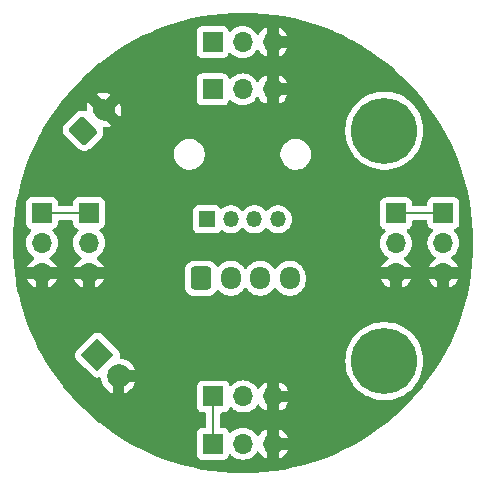
<source format=gbr>
%TF.GenerationSoftware,KiCad,Pcbnew,8.0.5*%
%TF.CreationDate,2025-01-19T22:36:25+08:00*%
%TF.ProjectId,Servo Breakout Board ,53657276-6f20-4427-9265-616b6f757420,rev?*%
%TF.SameCoordinates,Original*%
%TF.FileFunction,Copper,L2,Bot*%
%TF.FilePolarity,Positive*%
%FSLAX46Y46*%
G04 Gerber Fmt 4.6, Leading zero omitted, Abs format (unit mm)*
G04 Created by KiCad (PCBNEW 8.0.5) date 2025-01-19 22:36:25*
%MOMM*%
%LPD*%
G01*
G04 APERTURE LIST*
G04 Aperture macros list*
%AMRoundRect*
0 Rectangle with rounded corners*
0 $1 Rounding radius*
0 $2 $3 $4 $5 $6 $7 $8 $9 X,Y pos of 4 corners*
0 Add a 4 corners polygon primitive as box body*
4,1,4,$2,$3,$4,$5,$6,$7,$8,$9,$2,$3,0*
0 Add four circle primitives for the rounded corners*
1,1,$1+$1,$2,$3*
1,1,$1+$1,$4,$5*
1,1,$1+$1,$6,$7*
1,1,$1+$1,$8,$9*
0 Add four rect primitives between the rounded corners*
20,1,$1+$1,$2,$3,$4,$5,0*
20,1,$1+$1,$4,$5,$6,$7,0*
20,1,$1+$1,$6,$7,$8,$9,0*
20,1,$1+$1,$8,$9,$2,$3,0*%
%AMHorizOval*
0 Thick line with rounded ends*
0 $1 width*
0 $2 $3 position (X,Y) of the first rounded end (center of the circle)*
0 $4 $5 position (X,Y) of the second rounded end (center of the circle)*
0 Add line between two ends*
20,1,$1,$2,$3,$4,$5,0*
0 Add two circle primitives to create the rounded ends*
1,1,$1,$2,$3*
1,1,$1,$4,$5*%
%AMRotRect*
0 Rectangle, with rotation*
0 The origin of the aperture is its center*
0 $1 length*
0 $2 width*
0 $3 Rotation angle, in degrees counterclockwise*
0 Add horizontal line*
21,1,$1,$2,0,0,$3*%
G04 Aperture macros list end*
%TA.AperFunction,ComponentPad*%
%ADD10C,3.600000*%
%TD*%
%TA.AperFunction,ConnectorPad*%
%ADD11C,5.600000*%
%TD*%
%TA.AperFunction,ComponentPad*%
%ADD12R,1.700000X1.700000*%
%TD*%
%TA.AperFunction,ComponentPad*%
%ADD13O,1.700000X1.700000*%
%TD*%
%TA.AperFunction,ComponentPad*%
%ADD14R,1.350000X1.350000*%
%TD*%
%TA.AperFunction,ComponentPad*%
%ADD15O,1.350000X1.350000*%
%TD*%
%TA.AperFunction,ComponentPad*%
%ADD16RoundRect,0.250000X0.106066X-0.954594X0.954594X-0.106066X-0.106066X0.954594X-0.954594X0.106066X0*%
%TD*%
%TA.AperFunction,ComponentPad*%
%ADD17HorizOval,1.700000X-0.106066X0.106066X0.106066X-0.106066X0*%
%TD*%
%TA.AperFunction,ComponentPad*%
%ADD18RotRect,2.000000X2.000000X315.000000*%
%TD*%
%TA.AperFunction,ComponentPad*%
%ADD19C,2.000000*%
%TD*%
%TA.AperFunction,ComponentPad*%
%ADD20RoundRect,0.250000X-0.600000X-0.725000X0.600000X-0.725000X0.600000X0.725000X-0.600000X0.725000X0*%
%TD*%
%TA.AperFunction,ComponentPad*%
%ADD21O,1.700000X1.950000*%
%TD*%
%TA.AperFunction,ViaPad*%
%ADD22C,1.500000*%
%TD*%
%TA.AperFunction,Conductor*%
%ADD23C,0.200000*%
%TD*%
G04 APERTURE END LIST*
D10*
%TO.P,M3,1*%
%TO.N,N/C*%
X52960000Y-62500000D03*
D11*
X52960000Y-62500000D03*
%TD*%
D12*
%TO.P,M1,1,PWM*%
%TO.N,Net-(J2-Pin_1)*%
X23960000Y-49960000D03*
D13*
%TO.P,M1,2,+*%
%TO.N,+5V*%
X23960000Y-52500000D03*
%TO.P,M1,3,-*%
%TO.N,GND*%
X23960000Y-55040000D03*
%TD*%
D12*
%TO.P,M2,1,PWM*%
%TO.N,Net-(J2-Pin_2)*%
X38420000Y-35500000D03*
D13*
%TO.P,M2,2,+*%
%TO.N,+5V*%
X40960000Y-35500000D03*
%TO.P,M2,3,-*%
%TO.N,GND*%
X43500000Y-35500000D03*
%TD*%
D12*
%TO.P,M5,1,PWM*%
%TO.N,Net-(J2-Pin_1)*%
X27960000Y-49960000D03*
D13*
%TO.P,M5,2,+*%
%TO.N,+5V*%
X27960000Y-52500000D03*
%TO.P,M5,3,-*%
%TO.N,GND*%
X27960000Y-55040000D03*
%TD*%
D12*
%TO.P,M7,1,PWM*%
%TO.N,Net-(J2-Pin_3)*%
X53960000Y-50000000D03*
D13*
%TO.P,M7,2,+*%
%TO.N,+5V*%
X53960000Y-52540000D03*
%TO.P,M7,3,-*%
%TO.N,GND*%
X53960000Y-55080000D03*
%TD*%
D10*
%TO.P,M3,1*%
%TO.N,N/C*%
X52960000Y-43000000D03*
D11*
X52960000Y-43000000D03*
%TD*%
D14*
%TO.P,J2,1,Pin_1*%
%TO.N,Net-(J2-Pin_1)*%
X37960000Y-50500000D03*
D15*
%TO.P,J2,2,Pin_2*%
%TO.N,Net-(J2-Pin_2)*%
X39960000Y-50500000D03*
%TO.P,J2,3,Pin_3*%
%TO.N,Net-(J2-Pin_3)*%
X41960000Y-50500000D03*
%TO.P,J2,4,Pin_4*%
%TO.N,Net-(J2-Pin_4)*%
X43960000Y-50500000D03*
%TD*%
D12*
%TO.P,M8,1,PWM*%
%TO.N,Net-(J2-Pin_4)*%
X38475000Y-65500000D03*
D13*
%TO.P,M8,2,+*%
%TO.N,+5V*%
X41015000Y-65500000D03*
%TO.P,M8,3,-*%
%TO.N,GND*%
X43555000Y-65500000D03*
%TD*%
D12*
%TO.P,M4,1,PWM*%
%TO.N,Net-(J2-Pin_4)*%
X38435000Y-69500000D03*
D13*
%TO.P,M4,2,+*%
%TO.N,+5V*%
X40975000Y-69500000D03*
%TO.P,M4,3,-*%
%TO.N,GND*%
X43515000Y-69500000D03*
%TD*%
D12*
%TO.P,M3,1,PWM*%
%TO.N,Net-(J2-Pin_3)*%
X57960000Y-49960000D03*
D13*
%TO.P,M3,2,+*%
%TO.N,+5V*%
X57960000Y-52500000D03*
%TO.P,M3,3,-*%
%TO.N,GND*%
X57960000Y-55040000D03*
%TD*%
D16*
%TO.P,J3,1,Pin_1*%
%TO.N,+5V*%
X27460000Y-43000000D03*
D17*
%TO.P,J3,2,Pin_2*%
%TO.N,GND*%
X29227767Y-41232233D03*
%TD*%
D18*
%TO.P,J1,1,Pin_1*%
%TO.N,+5V*%
X28664505Y-61992373D03*
D19*
%TO.P,J1,2,Pin_2*%
%TO.N,GND*%
X30460556Y-63788424D03*
%TD*%
D20*
%TO.P,J5,1,Pin_1*%
%TO.N,Net-(J2-Pin_1)*%
X37460000Y-55500000D03*
D21*
%TO.P,J5,2,Pin_2*%
%TO.N,Net-(J2-Pin_2)*%
X39960000Y-55500000D03*
%TO.P,J5,3,Pin_3*%
%TO.N,Net-(J2-Pin_3)*%
X42460000Y-55500000D03*
%TO.P,J5,4,Pin_4*%
%TO.N,Net-(J2-Pin_4)*%
X44960000Y-55500000D03*
%TD*%
D12*
%TO.P,M6,1,PWM*%
%TO.N,Net-(J2-Pin_2)*%
X38420000Y-39500000D03*
D13*
%TO.P,M6,2,+*%
%TO.N,+5V*%
X40960000Y-39500000D03*
%TO.P,M6,3,-*%
%TO.N,GND*%
X43500000Y-39500000D03*
%TD*%
D22*
%TO.N,GND*%
X35460000Y-35500000D03*
%TD*%
D23*
%TO.N,Net-(J2-Pin_1)*%
X27460000Y-49960000D02*
X23460000Y-49960000D01*
%TO.N,Net-(J2-Pin_4)*%
X38475000Y-66000000D02*
X38475000Y-69960000D01*
X38475000Y-69960000D02*
X38435000Y-70000000D01*
%TO.N,Net-(J2-Pin_3)*%
X54960000Y-50000000D02*
X55000000Y-49960000D01*
X55000000Y-49960000D02*
X58460000Y-49960000D01*
X54460000Y-50000000D02*
X54960000Y-50000000D01*
%TD*%
%TA.AperFunction,Conductor*%
%TO.N,GND*%
G36*
X30092148Y-63308305D02*
G01*
X29980437Y-63420016D01*
X29960556Y-63454450D01*
X29960556Y-63412424D01*
X29980241Y-63345385D01*
X30033045Y-63299630D01*
X30084556Y-63288424D01*
X30126583Y-63288424D01*
X30092148Y-63308305D01*
G37*
%TD.AperFunction*%
%TA.AperFunction,Conductor*%
G36*
X41872098Y-33020073D02*
G01*
X41877594Y-33020320D01*
X42745187Y-33078814D01*
X42750651Y-33079306D01*
X43614743Y-33176666D01*
X43620207Y-33177406D01*
X44479039Y-33313432D01*
X44484454Y-33314414D01*
X45336342Y-33488839D01*
X45341762Y-33490077D01*
X46184878Y-33702524D01*
X46190242Y-33704004D01*
X47023020Y-33954075D01*
X47028288Y-33955787D01*
X47849026Y-34242977D01*
X47854235Y-34244932D01*
X48661206Y-34568631D01*
X48666323Y-34570818D01*
X48793532Y-34628599D01*
X49457990Y-34930410D01*
X49462965Y-34932806D01*
X49973612Y-35192993D01*
X50237725Y-35327565D01*
X50242625Y-35330202D01*
X50998856Y-35759303D01*
X51003629Y-35762154D01*
X51607802Y-36141781D01*
X51739867Y-36224763D01*
X51744511Y-36227829D01*
X52459232Y-36722989D01*
X52463734Y-36726260D01*
X53155513Y-37252982D01*
X53159864Y-37256451D01*
X53827343Y-37813702D01*
X53831528Y-37817359D01*
X54388439Y-38326398D01*
X54473328Y-38403990D01*
X54477350Y-38407836D01*
X55092163Y-39022649D01*
X55096009Y-39026671D01*
X55682636Y-39668466D01*
X55686295Y-39672653D01*
X55805244Y-39815131D01*
X56243548Y-40340135D01*
X56247017Y-40344486D01*
X56773739Y-41036265D01*
X56777010Y-41040767D01*
X57272170Y-41755488D01*
X57275236Y-41760132D01*
X57737842Y-42496366D01*
X57740696Y-42501143D01*
X58169797Y-43257374D01*
X58172434Y-43262274D01*
X58567184Y-44037015D01*
X58569598Y-44042029D01*
X58929181Y-44833676D01*
X58931368Y-44838793D01*
X59255067Y-45645764D01*
X59257022Y-45650973D01*
X59544212Y-46471711D01*
X59545932Y-46477004D01*
X59795995Y-47309757D01*
X59797475Y-47315121D01*
X60009922Y-48158237D01*
X60011161Y-48163662D01*
X60185579Y-49015515D01*
X60186572Y-49020990D01*
X60322589Y-49879767D01*
X60323336Y-49885281D01*
X60420689Y-50749309D01*
X60421188Y-50754852D01*
X60479677Y-51622373D01*
X60479927Y-51627932D01*
X60499437Y-52497218D01*
X60499437Y-52502782D01*
X60479927Y-53372067D01*
X60479677Y-53377626D01*
X60421188Y-54245147D01*
X60420689Y-54250690D01*
X60323336Y-55114718D01*
X60322589Y-55120232D01*
X60186572Y-55979009D01*
X60185579Y-55984484D01*
X60011161Y-56836337D01*
X60009922Y-56841762D01*
X59797475Y-57684878D01*
X59795995Y-57690242D01*
X59545932Y-58522995D01*
X59544212Y-58528288D01*
X59257022Y-59349026D01*
X59255067Y-59354235D01*
X58931368Y-60161206D01*
X58929181Y-60166323D01*
X58569598Y-60957970D01*
X58567184Y-60962984D01*
X58172434Y-61737725D01*
X58169797Y-61742625D01*
X57740696Y-62498856D01*
X57737842Y-62503633D01*
X57275236Y-63239867D01*
X57272170Y-63244511D01*
X56777010Y-63959232D01*
X56773739Y-63963734D01*
X56247017Y-64655513D01*
X56243548Y-64659864D01*
X55686297Y-65327343D01*
X55682636Y-65331533D01*
X55096009Y-65973328D01*
X55092163Y-65977350D01*
X54477350Y-66592163D01*
X54473328Y-66596009D01*
X53831533Y-67182636D01*
X53827343Y-67186297D01*
X53159864Y-67743548D01*
X53155513Y-67747017D01*
X52463734Y-68273739D01*
X52459232Y-68277010D01*
X51744511Y-68772170D01*
X51739867Y-68775236D01*
X51003633Y-69237842D01*
X50998856Y-69240696D01*
X50242625Y-69669797D01*
X50237725Y-69672434D01*
X49462984Y-70067184D01*
X49457970Y-70069598D01*
X48666323Y-70429181D01*
X48661206Y-70431368D01*
X47854235Y-70755067D01*
X47849026Y-70757022D01*
X47028288Y-71044212D01*
X47022995Y-71045932D01*
X46190242Y-71295995D01*
X46184878Y-71297475D01*
X45341762Y-71509922D01*
X45336337Y-71511161D01*
X44484484Y-71685579D01*
X44479009Y-71686572D01*
X43620232Y-71822589D01*
X43614718Y-71823336D01*
X42750690Y-71920689D01*
X42745147Y-71921188D01*
X41877626Y-71979677D01*
X41872067Y-71979927D01*
X41002782Y-71999437D01*
X40997218Y-71999437D01*
X40127932Y-71979927D01*
X40122373Y-71979677D01*
X39254852Y-71921188D01*
X39249309Y-71920689D01*
X38385281Y-71823336D01*
X38379767Y-71822589D01*
X37520990Y-71686572D01*
X37515515Y-71685579D01*
X36663662Y-71511161D01*
X36658237Y-71509922D01*
X35815121Y-71297475D01*
X35809757Y-71295995D01*
X34977004Y-71045932D01*
X34971711Y-71044212D01*
X34150973Y-70757022D01*
X34145764Y-70755067D01*
X33338793Y-70431368D01*
X33333676Y-70429181D01*
X32542029Y-70069598D01*
X32537015Y-70067184D01*
X31762274Y-69672434D01*
X31757374Y-69669797D01*
X31001143Y-69240696D01*
X30996366Y-69237842D01*
X30260132Y-68775236D01*
X30255488Y-68772170D01*
X30010057Y-68602135D01*
X37084500Y-68602135D01*
X37084500Y-70397870D01*
X37084501Y-70397876D01*
X37090908Y-70457483D01*
X37141202Y-70592328D01*
X37141206Y-70592335D01*
X37227452Y-70707544D01*
X37227455Y-70707547D01*
X37342664Y-70793793D01*
X37342671Y-70793797D01*
X37477517Y-70844091D01*
X37477516Y-70844091D01*
X37484444Y-70844835D01*
X37537127Y-70850500D01*
X39332872Y-70850499D01*
X39392483Y-70844091D01*
X39527331Y-70793796D01*
X39642546Y-70707546D01*
X39728796Y-70592331D01*
X39777810Y-70460916D01*
X39819681Y-70404984D01*
X39885145Y-70380566D01*
X39953418Y-70395417D01*
X39981673Y-70416569D01*
X40103599Y-70538495D01*
X40200384Y-70606265D01*
X40297165Y-70674032D01*
X40297167Y-70674033D01*
X40297170Y-70674035D01*
X40511337Y-70773903D01*
X40739592Y-70835063D01*
X40916034Y-70850500D01*
X40974999Y-70855659D01*
X40975000Y-70855659D01*
X40975001Y-70855659D01*
X41033966Y-70850500D01*
X41210408Y-70835063D01*
X41438663Y-70773903D01*
X41652830Y-70674035D01*
X41846401Y-70538495D01*
X42013495Y-70371401D01*
X42143730Y-70185405D01*
X42198307Y-70141781D01*
X42267805Y-70134587D01*
X42330160Y-70166110D01*
X42346879Y-70185405D01*
X42476890Y-70371078D01*
X42643917Y-70538105D01*
X42837422Y-70673600D01*
X42837424Y-70673601D01*
X43014999Y-70756405D01*
X43015000Y-70756405D01*
X44015000Y-70756405D01*
X44192575Y-70673601D01*
X44192577Y-70673600D01*
X44386082Y-70538105D01*
X44553105Y-70371082D01*
X44688601Y-70177576D01*
X44771406Y-70000000D01*
X44015000Y-70000000D01*
X44015000Y-70756405D01*
X43015000Y-70756405D01*
X43015000Y-69565826D01*
X43049075Y-69692993D01*
X43114901Y-69807007D01*
X43207993Y-69900099D01*
X43322007Y-69965925D01*
X43449174Y-70000000D01*
X43580826Y-70000000D01*
X43707993Y-69965925D01*
X43822007Y-69900099D01*
X43915099Y-69807007D01*
X43980925Y-69692993D01*
X44015000Y-69565826D01*
X44015000Y-69434174D01*
X43980925Y-69307007D01*
X43915099Y-69192993D01*
X43822007Y-69099901D01*
X43707993Y-69034075D01*
X43580826Y-69000000D01*
X44015000Y-69000000D01*
X44771406Y-69000000D01*
X44771405Y-68999999D01*
X44688599Y-68822421D01*
X44688597Y-68822417D01*
X44553113Y-68628926D01*
X44553108Y-68628920D01*
X44386082Y-68461894D01*
X44192576Y-68326398D01*
X44015000Y-68243593D01*
X44015000Y-69000000D01*
X43580826Y-69000000D01*
X43449174Y-69000000D01*
X43322007Y-69034075D01*
X43207993Y-69099901D01*
X43114901Y-69192993D01*
X43049075Y-69307007D01*
X43015000Y-69434174D01*
X43015000Y-68243593D01*
X43014999Y-68243593D01*
X42837422Y-68326399D01*
X42837420Y-68326400D01*
X42643926Y-68461886D01*
X42643920Y-68461891D01*
X42476891Y-68628920D01*
X42476890Y-68628922D01*
X42346880Y-68814595D01*
X42292303Y-68858219D01*
X42222804Y-68865412D01*
X42160450Y-68833890D01*
X42143730Y-68814594D01*
X42013494Y-68628597D01*
X41846402Y-68461506D01*
X41846395Y-68461501D01*
X41652834Y-68325967D01*
X41652830Y-68325965D01*
X41652828Y-68325964D01*
X41438663Y-68226097D01*
X41438659Y-68226096D01*
X41438655Y-68226094D01*
X41210413Y-68164938D01*
X41210403Y-68164936D01*
X40975001Y-68144341D01*
X40974999Y-68144341D01*
X40739596Y-68164936D01*
X40739586Y-68164938D01*
X40511344Y-68226094D01*
X40511335Y-68226098D01*
X40297171Y-68325964D01*
X40297169Y-68325965D01*
X40103600Y-68461503D01*
X39981673Y-68583430D01*
X39920350Y-68616914D01*
X39850658Y-68611930D01*
X39794725Y-68570058D01*
X39777810Y-68539081D01*
X39728797Y-68407671D01*
X39728793Y-68407664D01*
X39642547Y-68292455D01*
X39642544Y-68292452D01*
X39527335Y-68206206D01*
X39527328Y-68206202D01*
X39392482Y-68155908D01*
X39392483Y-68155908D01*
X39332883Y-68149501D01*
X39332881Y-68149500D01*
X39332873Y-68149500D01*
X39332865Y-68149500D01*
X39199500Y-68149500D01*
X39132461Y-68129815D01*
X39086706Y-68077011D01*
X39075500Y-68025500D01*
X39075500Y-66974499D01*
X39095185Y-66907460D01*
X39147989Y-66861705D01*
X39199500Y-66850499D01*
X39372871Y-66850499D01*
X39372872Y-66850499D01*
X39432483Y-66844091D01*
X39567331Y-66793796D01*
X39682546Y-66707546D01*
X39768796Y-66592331D01*
X39817810Y-66460916D01*
X39859681Y-66404984D01*
X39925145Y-66380566D01*
X39993418Y-66395417D01*
X40021673Y-66416569D01*
X40143599Y-66538495D01*
X40240384Y-66606265D01*
X40337165Y-66674032D01*
X40337167Y-66674033D01*
X40337170Y-66674035D01*
X40551337Y-66773903D01*
X40779592Y-66835063D01*
X40956034Y-66850500D01*
X41014999Y-66855659D01*
X41015000Y-66855659D01*
X41015001Y-66855659D01*
X41073966Y-66850500D01*
X41250408Y-66835063D01*
X41478663Y-66773903D01*
X41692830Y-66674035D01*
X41886401Y-66538495D01*
X42053495Y-66371401D01*
X42183730Y-66185405D01*
X42238307Y-66141781D01*
X42307805Y-66134587D01*
X42370160Y-66166110D01*
X42386879Y-66185405D01*
X42516890Y-66371078D01*
X42683917Y-66538105D01*
X42877422Y-66673600D01*
X42877424Y-66673601D01*
X43054999Y-66756405D01*
X43055000Y-66756405D01*
X44055000Y-66756405D01*
X44232575Y-66673601D01*
X44232577Y-66673600D01*
X44426082Y-66538105D01*
X44593105Y-66371082D01*
X44728601Y-66177576D01*
X44811406Y-66000000D01*
X44055000Y-66000000D01*
X44055000Y-66756405D01*
X43055000Y-66756405D01*
X43055000Y-65565826D01*
X43089075Y-65692993D01*
X43154901Y-65807007D01*
X43247993Y-65900099D01*
X43362007Y-65965925D01*
X43489174Y-66000000D01*
X43620826Y-66000000D01*
X43747993Y-65965925D01*
X43862007Y-65900099D01*
X43955099Y-65807007D01*
X44020925Y-65692993D01*
X44055000Y-65565826D01*
X44055000Y-65434174D01*
X44020925Y-65307007D01*
X43955099Y-65192993D01*
X43862007Y-65099901D01*
X43747993Y-65034075D01*
X43620826Y-65000000D01*
X44055000Y-65000000D01*
X44811406Y-65000000D01*
X44811405Y-64999999D01*
X44728599Y-64822421D01*
X44728597Y-64822417D01*
X44593113Y-64628926D01*
X44593108Y-64628920D01*
X44426082Y-64461894D01*
X44232576Y-64326398D01*
X44055000Y-64243593D01*
X44055000Y-65000000D01*
X43620826Y-65000000D01*
X43489174Y-65000000D01*
X43362007Y-65034075D01*
X43247993Y-65099901D01*
X43154901Y-65192993D01*
X43089075Y-65307007D01*
X43055000Y-65434174D01*
X43055000Y-64243593D01*
X43054999Y-64243593D01*
X42877422Y-64326399D01*
X42877420Y-64326400D01*
X42683926Y-64461886D01*
X42683920Y-64461891D01*
X42516891Y-64628920D01*
X42516890Y-64628922D01*
X42386880Y-64814595D01*
X42332303Y-64858219D01*
X42262804Y-64865412D01*
X42200450Y-64833890D01*
X42183730Y-64814594D01*
X42053494Y-64628597D01*
X41886402Y-64461506D01*
X41886395Y-64461501D01*
X41692834Y-64325967D01*
X41692830Y-64325965D01*
X41692828Y-64325964D01*
X41478663Y-64226097D01*
X41478659Y-64226096D01*
X41478655Y-64226094D01*
X41250413Y-64164938D01*
X41250403Y-64164936D01*
X41015001Y-64144341D01*
X41014999Y-64144341D01*
X40779596Y-64164936D01*
X40779586Y-64164938D01*
X40551344Y-64226094D01*
X40551335Y-64226098D01*
X40337171Y-64325964D01*
X40337169Y-64325965D01*
X40143600Y-64461503D01*
X40021673Y-64583430D01*
X39960350Y-64616914D01*
X39890658Y-64611930D01*
X39834725Y-64570058D01*
X39817810Y-64539081D01*
X39768797Y-64407671D01*
X39768793Y-64407664D01*
X39682547Y-64292455D01*
X39682544Y-64292452D01*
X39567335Y-64206206D01*
X39567328Y-64206202D01*
X39432482Y-64155908D01*
X39432483Y-64155908D01*
X39372883Y-64149501D01*
X39372881Y-64149500D01*
X39372873Y-64149500D01*
X39372864Y-64149500D01*
X37577129Y-64149500D01*
X37577123Y-64149501D01*
X37517516Y-64155908D01*
X37382671Y-64206202D01*
X37382664Y-64206206D01*
X37267455Y-64292452D01*
X37267452Y-64292455D01*
X37181206Y-64407664D01*
X37181202Y-64407671D01*
X37130908Y-64542517D01*
X37124501Y-64602116D01*
X37124500Y-64602135D01*
X37124500Y-66397870D01*
X37124501Y-66397876D01*
X37130908Y-66457483D01*
X37181202Y-66592328D01*
X37181206Y-66592335D01*
X37267452Y-66707544D01*
X37267455Y-66707547D01*
X37382664Y-66793793D01*
X37382671Y-66793797D01*
X37427618Y-66810561D01*
X37517517Y-66844091D01*
X37577127Y-66850500D01*
X37750500Y-66850499D01*
X37817539Y-66870183D01*
X37863294Y-66922987D01*
X37874500Y-66974499D01*
X37874500Y-68025500D01*
X37854815Y-68092539D01*
X37802011Y-68138294D01*
X37750501Y-68149500D01*
X37537130Y-68149500D01*
X37537123Y-68149501D01*
X37477516Y-68155908D01*
X37342671Y-68206202D01*
X37342664Y-68206206D01*
X37227455Y-68292452D01*
X37227452Y-68292455D01*
X37141206Y-68407664D01*
X37141202Y-68407671D01*
X37090908Y-68542517D01*
X37084501Y-68602116D01*
X37084500Y-68602135D01*
X30010057Y-68602135D01*
X29540767Y-68277010D01*
X29536265Y-68273739D01*
X28844486Y-67747017D01*
X28840135Y-67743548D01*
X28172656Y-67186297D01*
X28168466Y-67182636D01*
X27526671Y-66596009D01*
X27522649Y-66592163D01*
X26907836Y-65977350D01*
X26903990Y-65973328D01*
X26535866Y-65570585D01*
X26317359Y-65331528D01*
X26313702Y-65327343D01*
X26296724Y-65307007D01*
X25756449Y-64659861D01*
X25752982Y-64655513D01*
X25226260Y-63963734D01*
X25222989Y-63959232D01*
X24727829Y-63244511D01*
X24724763Y-63239867D01*
X24262154Y-62503629D01*
X24259303Y-62498856D01*
X24153520Y-62312429D01*
X23971914Y-61992373D01*
X26744645Y-61992373D01*
X26765125Y-62134828D01*
X26765126Y-62134832D01*
X26824912Y-62265743D01*
X26824913Y-62265744D01*
X26824914Y-62265746D01*
X26862533Y-62312429D01*
X26862536Y-62312432D01*
X26862541Y-62312438D01*
X27622161Y-63072056D01*
X28344449Y-63794343D01*
X28344453Y-63794346D01*
X28344455Y-63794348D01*
X28391131Y-63831964D01*
X28522045Y-63891751D01*
X28522046Y-63891751D01*
X28522048Y-63891752D01*
X28664505Y-63912233D01*
X28806962Y-63891752D01*
X28806963Y-63891751D01*
X28814294Y-63889599D01*
X28884163Y-63889597D01*
X28942943Y-63927370D01*
X28971969Y-63990924D01*
X28972808Y-63998335D01*
X28975941Y-64036153D01*
X28975943Y-64036162D01*
X29036968Y-64277141D01*
X29136823Y-64504791D01*
X29272788Y-64712902D01*
X29441148Y-64895788D01*
X29441158Y-64895797D01*
X29637318Y-65048475D01*
X29637327Y-65048481D01*
X29855941Y-65166788D01*
X29855944Y-65166790D01*
X29960556Y-65202702D01*
X30960556Y-65202702D01*
X31065167Y-65166790D01*
X31065170Y-65166788D01*
X31283784Y-65048481D01*
X31283793Y-65048475D01*
X31479953Y-64895797D01*
X31479963Y-64895788D01*
X31648323Y-64712902D01*
X31784288Y-64504791D01*
X31879195Y-64288424D01*
X30960556Y-64288424D01*
X30960556Y-65202702D01*
X29960556Y-65202702D01*
X29960556Y-64122397D01*
X29980437Y-64156832D01*
X30092148Y-64268543D01*
X30228965Y-64347535D01*
X30381565Y-64388424D01*
X30539547Y-64388424D01*
X30692147Y-64347535D01*
X30828964Y-64268543D01*
X30940675Y-64156832D01*
X31019667Y-64020015D01*
X31060556Y-63867415D01*
X31060556Y-63709433D01*
X31019667Y-63556833D01*
X30940675Y-63420016D01*
X30828964Y-63308305D01*
X30794529Y-63288424D01*
X31879195Y-63288424D01*
X31879195Y-63288423D01*
X31784288Y-63072056D01*
X31648323Y-62863945D01*
X31479963Y-62681059D01*
X31479953Y-62681050D01*
X31283793Y-62528372D01*
X31283784Y-62528366D01*
X31231362Y-62499997D01*
X49654652Y-62499997D01*
X49654652Y-62500002D01*
X49674028Y-62857368D01*
X49674029Y-62857385D01*
X49731926Y-63210539D01*
X49731932Y-63210565D01*
X49827672Y-63555392D01*
X49827674Y-63555399D01*
X49960142Y-63887870D01*
X49960151Y-63887888D01*
X50127784Y-64204077D01*
X50127787Y-64204082D01*
X50127789Y-64204085D01*
X50302582Y-64461886D01*
X50328634Y-64500309D01*
X50328641Y-64500319D01*
X50462355Y-64657739D01*
X50560332Y-64773086D01*
X50820163Y-65019211D01*
X51105081Y-65235800D01*
X51411747Y-65420315D01*
X51411749Y-65420316D01*
X51411751Y-65420317D01*
X51411755Y-65420319D01*
X51583984Y-65500000D01*
X51736565Y-65570591D01*
X52075726Y-65684868D01*
X52425254Y-65761805D01*
X52781052Y-65800500D01*
X52781058Y-65800500D01*
X53138942Y-65800500D01*
X53138948Y-65800500D01*
X53494746Y-65761805D01*
X53844274Y-65684868D01*
X54183435Y-65570591D01*
X54508253Y-65420315D01*
X54814919Y-65235800D01*
X55099837Y-65019211D01*
X55359668Y-64773086D01*
X55591365Y-64500311D01*
X55792211Y-64204085D01*
X55959853Y-63887880D01*
X56092324Y-63555403D01*
X56188071Y-63210552D01*
X56241698Y-62883440D01*
X56245970Y-62857385D01*
X56245970Y-62857382D01*
X56245972Y-62857371D01*
X56265348Y-62500000D01*
X56245972Y-62142629D01*
X56245721Y-62141099D01*
X56188073Y-61789460D01*
X56188072Y-61789459D01*
X56188071Y-61789448D01*
X56092324Y-61444597D01*
X55959853Y-61112120D01*
X55879477Y-60960516D01*
X55792215Y-60795922D01*
X55792213Y-60795919D01*
X55792211Y-60795915D01*
X55591365Y-60499689D01*
X55591361Y-60499684D01*
X55591358Y-60499680D01*
X55359668Y-60226914D01*
X55290301Y-60161206D01*
X55099837Y-59980789D01*
X55099830Y-59980783D01*
X55099827Y-59980781D01*
X55032245Y-59929407D01*
X54814919Y-59764200D01*
X54508253Y-59579685D01*
X54508252Y-59579684D01*
X54508248Y-59579682D01*
X54508244Y-59579680D01*
X54183447Y-59429414D01*
X54183441Y-59429411D01*
X54183435Y-59429409D01*
X54013854Y-59372270D01*
X53844273Y-59315131D01*
X53494744Y-59238194D01*
X53138949Y-59199500D01*
X53138948Y-59199500D01*
X52781052Y-59199500D01*
X52781050Y-59199500D01*
X52425255Y-59238194D01*
X52075726Y-59315131D01*
X51819970Y-59401306D01*
X51736565Y-59429409D01*
X51736563Y-59429410D01*
X51736552Y-59429414D01*
X51411755Y-59579680D01*
X51411751Y-59579682D01*
X51183367Y-59717096D01*
X51105081Y-59764200D01*
X51016768Y-59831333D01*
X50820172Y-59980781D01*
X50820163Y-59980789D01*
X50560331Y-60226914D01*
X50328641Y-60499680D01*
X50328634Y-60499690D01*
X50127790Y-60795913D01*
X50127784Y-60795922D01*
X49960151Y-61112111D01*
X49960142Y-61112129D01*
X49827674Y-61444600D01*
X49827672Y-61444607D01*
X49731932Y-61789434D01*
X49731926Y-61789460D01*
X49674029Y-62142614D01*
X49674028Y-62142627D01*
X49674028Y-62142629D01*
X49673980Y-62143518D01*
X49654652Y-62499997D01*
X31231362Y-62499997D01*
X31065170Y-62410059D01*
X31065159Y-62410054D01*
X30830049Y-62329340D01*
X30659794Y-62300930D01*
X30596909Y-62270479D01*
X30560470Y-62210865D01*
X30561988Y-62143518D01*
X30561385Y-62143341D01*
X30562043Y-62141099D01*
X30562045Y-62141013D01*
X30562142Y-62140759D01*
X30563883Y-62134832D01*
X30563884Y-62134830D01*
X30584365Y-61992373D01*
X30563884Y-61849916D01*
X30536274Y-61789460D01*
X30504097Y-61719002D01*
X30504096Y-61719001D01*
X30504096Y-61719000D01*
X30466477Y-61672317D01*
X30466472Y-61672312D01*
X30466468Y-61672307D01*
X28984564Y-60190406D01*
X28984558Y-60190401D01*
X28984554Y-60190397D01*
X28937878Y-60152781D01*
X28806964Y-60092994D01*
X28806960Y-60092993D01*
X28664505Y-60072513D01*
X28522049Y-60092993D01*
X28522045Y-60092994D01*
X28391134Y-60152780D01*
X28344439Y-60190409D01*
X26862538Y-61672313D01*
X26862529Y-61672323D01*
X26824913Y-61718999D01*
X26765126Y-61849913D01*
X26765125Y-61849917D01*
X26744645Y-61992373D01*
X23971914Y-61992373D01*
X23830202Y-61742625D01*
X23827565Y-61737725D01*
X23678214Y-61444607D01*
X23432806Y-60962965D01*
X23430410Y-60957990D01*
X23200480Y-60451784D01*
X23070818Y-60166323D01*
X23068631Y-60161206D01*
X22744932Y-59354235D01*
X22742977Y-59349026D01*
X22455787Y-58528288D01*
X22454075Y-58523020D01*
X22204004Y-57690242D01*
X22202524Y-57684878D01*
X21990077Y-56841762D01*
X21988838Y-56836337D01*
X21985024Y-56817710D01*
X21814414Y-55984454D01*
X21813432Y-55979039D01*
X21743895Y-55540000D01*
X22703593Y-55540000D01*
X22786398Y-55717576D01*
X22921894Y-55911082D01*
X23088917Y-56078105D01*
X23282422Y-56213600D01*
X23282424Y-56213601D01*
X23459999Y-56296405D01*
X23460000Y-56296405D01*
X24460000Y-56296405D01*
X24637575Y-56213601D01*
X24637577Y-56213600D01*
X24831082Y-56078105D01*
X24998105Y-55911082D01*
X25133601Y-55717576D01*
X25216406Y-55540000D01*
X26703593Y-55540000D01*
X26786398Y-55717576D01*
X26921894Y-55911082D01*
X27088917Y-56078105D01*
X27282422Y-56213600D01*
X27282424Y-56213601D01*
X27459999Y-56296405D01*
X27460000Y-56296405D01*
X28460000Y-56296405D01*
X28637575Y-56213601D01*
X28637577Y-56213600D01*
X28831082Y-56078105D01*
X28998105Y-55911082D01*
X29133601Y-55717576D01*
X29216406Y-55540000D01*
X28460000Y-55540000D01*
X28460000Y-56296405D01*
X27460000Y-56296405D01*
X27460000Y-55540000D01*
X26703593Y-55540000D01*
X25216406Y-55540000D01*
X24460000Y-55540000D01*
X24460000Y-56296405D01*
X23460000Y-56296405D01*
X23460000Y-55540000D01*
X22703593Y-55540000D01*
X21743895Y-55540000D01*
X21677406Y-55120207D01*
X21676666Y-55114743D01*
X21579306Y-54250651D01*
X21578814Y-54245187D01*
X21520320Y-53377594D01*
X21520073Y-53372098D01*
X21500562Y-52502762D01*
X21500562Y-52499999D01*
X22604341Y-52499999D01*
X22604341Y-52500000D01*
X22624936Y-52735403D01*
X22624938Y-52735413D01*
X22686094Y-52963655D01*
X22686096Y-52963659D01*
X22686097Y-52963663D01*
X22704750Y-53003664D01*
X22785965Y-53177830D01*
X22785967Y-53177834D01*
X22921501Y-53371395D01*
X22921506Y-53371402D01*
X23088597Y-53538493D01*
X23088603Y-53538498D01*
X23274594Y-53668730D01*
X23318219Y-53723307D01*
X23325413Y-53792805D01*
X23293890Y-53855160D01*
X23274595Y-53871880D01*
X23088922Y-54001890D01*
X23088920Y-54001891D01*
X22921891Y-54168920D01*
X22921886Y-54168926D01*
X22786402Y-54362417D01*
X22786400Y-54362421D01*
X22703594Y-54539999D01*
X22703594Y-54540000D01*
X23894174Y-54540000D01*
X23767007Y-54574075D01*
X23652993Y-54639901D01*
X23559901Y-54732993D01*
X23494075Y-54847007D01*
X23460000Y-54974174D01*
X23460000Y-55105826D01*
X23494075Y-55232993D01*
X23559901Y-55347007D01*
X23652993Y-55440099D01*
X23767007Y-55505925D01*
X23894174Y-55540000D01*
X24025826Y-55540000D01*
X24152993Y-55505925D01*
X24267007Y-55440099D01*
X24360099Y-55347007D01*
X24425925Y-55232993D01*
X24460000Y-55105826D01*
X24460000Y-54974174D01*
X24425925Y-54847007D01*
X24360099Y-54732993D01*
X24267007Y-54639901D01*
X24152993Y-54574075D01*
X24025826Y-54540000D01*
X25216406Y-54540000D01*
X25216405Y-54539999D01*
X25133599Y-54362421D01*
X25133597Y-54362417D01*
X24998113Y-54168926D01*
X24998108Y-54168920D01*
X24831078Y-54001890D01*
X24645405Y-53871879D01*
X24601780Y-53817302D01*
X24594588Y-53747804D01*
X24626110Y-53685449D01*
X24645406Y-53668730D01*
X24831401Y-53538495D01*
X24998495Y-53371401D01*
X25134035Y-53177830D01*
X25233903Y-52963663D01*
X25295063Y-52735408D01*
X25315659Y-52500000D01*
X25295063Y-52264592D01*
X25233903Y-52036337D01*
X25134035Y-51822171D01*
X25031335Y-51675500D01*
X24998496Y-51628600D01*
X24962868Y-51592972D01*
X24876567Y-51506671D01*
X24843084Y-51445351D01*
X24848068Y-51375659D01*
X24889939Y-51319725D01*
X24920915Y-51302810D01*
X25052331Y-51253796D01*
X25167546Y-51167546D01*
X25253796Y-51052331D01*
X25304091Y-50917483D01*
X25310500Y-50857873D01*
X25310500Y-50684500D01*
X25330185Y-50617461D01*
X25382989Y-50571706D01*
X25434500Y-50560500D01*
X26485501Y-50560500D01*
X26552540Y-50580185D01*
X26598295Y-50632989D01*
X26609501Y-50684500D01*
X26609501Y-50857876D01*
X26615908Y-50917483D01*
X26666202Y-51052328D01*
X26666206Y-51052335D01*
X26752452Y-51167544D01*
X26752455Y-51167547D01*
X26867664Y-51253793D01*
X26867671Y-51253797D01*
X26999081Y-51302810D01*
X27055015Y-51344681D01*
X27079432Y-51410145D01*
X27064580Y-51478418D01*
X27043430Y-51506673D01*
X26921503Y-51628600D01*
X26785965Y-51822169D01*
X26785964Y-51822171D01*
X26686098Y-52036335D01*
X26686094Y-52036344D01*
X26624938Y-52264586D01*
X26624936Y-52264596D01*
X26604341Y-52499999D01*
X26604341Y-52500000D01*
X26624936Y-52735403D01*
X26624938Y-52735413D01*
X26686094Y-52963655D01*
X26686096Y-52963659D01*
X26686097Y-52963663D01*
X26704750Y-53003664D01*
X26785965Y-53177830D01*
X26785967Y-53177834D01*
X26921501Y-53371395D01*
X26921506Y-53371402D01*
X27088597Y-53538493D01*
X27088603Y-53538498D01*
X27274594Y-53668730D01*
X27318219Y-53723307D01*
X27325413Y-53792805D01*
X27293890Y-53855160D01*
X27274595Y-53871880D01*
X27088922Y-54001890D01*
X27088920Y-54001891D01*
X26921891Y-54168920D01*
X26921886Y-54168926D01*
X26786402Y-54362417D01*
X26786400Y-54362421D01*
X26703594Y-54539999D01*
X26703594Y-54540000D01*
X27894174Y-54540000D01*
X27767007Y-54574075D01*
X27652993Y-54639901D01*
X27559901Y-54732993D01*
X27494075Y-54847007D01*
X27460000Y-54974174D01*
X27460000Y-55105826D01*
X27494075Y-55232993D01*
X27559901Y-55347007D01*
X27652993Y-55440099D01*
X27767007Y-55505925D01*
X27894174Y-55540000D01*
X28025826Y-55540000D01*
X28152993Y-55505925D01*
X28267007Y-55440099D01*
X28360099Y-55347007D01*
X28425925Y-55232993D01*
X28460000Y-55105826D01*
X28460000Y-54974174D01*
X28425925Y-54847007D01*
X28360099Y-54732993D01*
X28352089Y-54724983D01*
X36109500Y-54724983D01*
X36109500Y-56275001D01*
X36109501Y-56275018D01*
X36120000Y-56377796D01*
X36120001Y-56377799D01*
X36165894Y-56516294D01*
X36175186Y-56544334D01*
X36267288Y-56693656D01*
X36391344Y-56817712D01*
X36540666Y-56909814D01*
X36707203Y-56964999D01*
X36809991Y-56975500D01*
X38110008Y-56975499D01*
X38212797Y-56964999D01*
X38379334Y-56909814D01*
X38528656Y-56817712D01*
X38652712Y-56693656D01*
X38744814Y-56544334D01*
X38744814Y-56544331D01*
X38748178Y-56538879D01*
X38800126Y-56492154D01*
X38869088Y-56480931D01*
X38933170Y-56508774D01*
X38941398Y-56516294D01*
X39080213Y-56655109D01*
X39252179Y-56780048D01*
X39252181Y-56780049D01*
X39252184Y-56780051D01*
X39441588Y-56876557D01*
X39643757Y-56942246D01*
X39853713Y-56975500D01*
X39853714Y-56975500D01*
X40066286Y-56975500D01*
X40066287Y-56975500D01*
X40276243Y-56942246D01*
X40478412Y-56876557D01*
X40667816Y-56780051D01*
X40689789Y-56764086D01*
X40839786Y-56655109D01*
X40839788Y-56655106D01*
X40839792Y-56655104D01*
X40990104Y-56504792D01*
X41109683Y-56340204D01*
X41165011Y-56297540D01*
X41234624Y-56291561D01*
X41296420Y-56324166D01*
X41310313Y-56340199D01*
X41412560Y-56480931D01*
X41429896Y-56504792D01*
X41580213Y-56655109D01*
X41752179Y-56780048D01*
X41752181Y-56780049D01*
X41752184Y-56780051D01*
X41941588Y-56876557D01*
X42143757Y-56942246D01*
X42353713Y-56975500D01*
X42353714Y-56975500D01*
X42566286Y-56975500D01*
X42566287Y-56975500D01*
X42776243Y-56942246D01*
X42978412Y-56876557D01*
X43167816Y-56780051D01*
X43189789Y-56764086D01*
X43339786Y-56655109D01*
X43339788Y-56655106D01*
X43339792Y-56655104D01*
X43490104Y-56504792D01*
X43609683Y-56340204D01*
X43665011Y-56297540D01*
X43734624Y-56291561D01*
X43796420Y-56324166D01*
X43810313Y-56340199D01*
X43912560Y-56480931D01*
X43929896Y-56504792D01*
X44080213Y-56655109D01*
X44252179Y-56780048D01*
X44252181Y-56780049D01*
X44252184Y-56780051D01*
X44441588Y-56876557D01*
X44643757Y-56942246D01*
X44853713Y-56975500D01*
X44853714Y-56975500D01*
X45066286Y-56975500D01*
X45066287Y-56975500D01*
X45276243Y-56942246D01*
X45478412Y-56876557D01*
X45667816Y-56780051D01*
X45689789Y-56764086D01*
X45839786Y-56655109D01*
X45839788Y-56655106D01*
X45839792Y-56655104D01*
X45990104Y-56504792D01*
X45990106Y-56504788D01*
X45990109Y-56504786D01*
X46115048Y-56332820D01*
X46115047Y-56332820D01*
X46115051Y-56332816D01*
X46211557Y-56143412D01*
X46277246Y-55941243D01*
X46310500Y-55731287D01*
X46310500Y-55580000D01*
X52703593Y-55580000D01*
X52786398Y-55757576D01*
X52921894Y-55951082D01*
X53088917Y-56118105D01*
X53282422Y-56253600D01*
X53282424Y-56253601D01*
X53459999Y-56336405D01*
X53460000Y-56336405D01*
X54460000Y-56336405D01*
X54637575Y-56253601D01*
X54637577Y-56253600D01*
X54831082Y-56118105D01*
X54998105Y-55951082D01*
X55133601Y-55757576D01*
X55216406Y-55580000D01*
X54460000Y-55580000D01*
X54460000Y-56336405D01*
X53460000Y-56336405D01*
X53460000Y-55580000D01*
X52703593Y-55580000D01*
X46310500Y-55580000D01*
X46310500Y-55268713D01*
X46277246Y-55058757D01*
X46211557Y-54856588D01*
X46115051Y-54667184D01*
X46115049Y-54667181D01*
X46115048Y-54667179D01*
X45990109Y-54495213D01*
X45839786Y-54344890D01*
X45667820Y-54219951D01*
X45478414Y-54123444D01*
X45478413Y-54123443D01*
X45478412Y-54123443D01*
X45276243Y-54057754D01*
X45276241Y-54057753D01*
X45276240Y-54057753D01*
X45114957Y-54032208D01*
X45066287Y-54024500D01*
X44853713Y-54024500D01*
X44805042Y-54032208D01*
X44643760Y-54057753D01*
X44441585Y-54123444D01*
X44252179Y-54219951D01*
X44080213Y-54344890D01*
X43929894Y-54495209D01*
X43929890Y-54495214D01*
X43810318Y-54659793D01*
X43754989Y-54702459D01*
X43685375Y-54708438D01*
X43623580Y-54675833D01*
X43609682Y-54659793D01*
X43490109Y-54495214D01*
X43490105Y-54495209D01*
X43339786Y-54344890D01*
X43167820Y-54219951D01*
X42978414Y-54123444D01*
X42978413Y-54123443D01*
X42978412Y-54123443D01*
X42776243Y-54057754D01*
X42776241Y-54057753D01*
X42776240Y-54057753D01*
X42614957Y-54032208D01*
X42566287Y-54024500D01*
X42353713Y-54024500D01*
X42305042Y-54032208D01*
X42143760Y-54057753D01*
X41941585Y-54123444D01*
X41752179Y-54219951D01*
X41580213Y-54344890D01*
X41429894Y-54495209D01*
X41429890Y-54495214D01*
X41310318Y-54659793D01*
X41254989Y-54702459D01*
X41185375Y-54708438D01*
X41123580Y-54675833D01*
X41109682Y-54659793D01*
X40990109Y-54495214D01*
X40990105Y-54495209D01*
X40839786Y-54344890D01*
X40667820Y-54219951D01*
X40478414Y-54123444D01*
X40478413Y-54123443D01*
X40478412Y-54123443D01*
X40276243Y-54057754D01*
X40276241Y-54057753D01*
X40276240Y-54057753D01*
X40114957Y-54032208D01*
X40066287Y-54024500D01*
X39853713Y-54024500D01*
X39805042Y-54032208D01*
X39643760Y-54057753D01*
X39441585Y-54123444D01*
X39252179Y-54219951D01*
X39080215Y-54344889D01*
X38941398Y-54483706D01*
X38880075Y-54517190D01*
X38810383Y-54512206D01*
X38754450Y-54470334D01*
X38748178Y-54461120D01*
X38652712Y-54306344D01*
X38528657Y-54182289D01*
X38528656Y-54182288D01*
X38379334Y-54090186D01*
X38212797Y-54035001D01*
X38212795Y-54035000D01*
X38110010Y-54024500D01*
X36809998Y-54024500D01*
X36809981Y-54024501D01*
X36707203Y-54035000D01*
X36707200Y-54035001D01*
X36540668Y-54090185D01*
X36540663Y-54090187D01*
X36391342Y-54182289D01*
X36267289Y-54306342D01*
X36175187Y-54455663D01*
X36175185Y-54455668D01*
X36170325Y-54470334D01*
X36120001Y-54622203D01*
X36120001Y-54622204D01*
X36120000Y-54622204D01*
X36109500Y-54724983D01*
X28352089Y-54724983D01*
X28267007Y-54639901D01*
X28152993Y-54574075D01*
X28025826Y-54540000D01*
X29216406Y-54540000D01*
X29216405Y-54539999D01*
X29133599Y-54362421D01*
X29133597Y-54362417D01*
X28998113Y-54168926D01*
X28998108Y-54168920D01*
X28831078Y-54001890D01*
X28645405Y-53871879D01*
X28601780Y-53817302D01*
X28594588Y-53747804D01*
X28626110Y-53685449D01*
X28645406Y-53668730D01*
X28831401Y-53538495D01*
X28998495Y-53371401D01*
X29134035Y-53177830D01*
X29233903Y-52963663D01*
X29295063Y-52735408D01*
X29312159Y-52539999D01*
X52604341Y-52539999D01*
X52604341Y-52540000D01*
X52624936Y-52775403D01*
X52624938Y-52775413D01*
X52686094Y-53003655D01*
X52686096Y-53003659D01*
X52686097Y-53003663D01*
X52767313Y-53177830D01*
X52785965Y-53217830D01*
X52785967Y-53217834D01*
X52921501Y-53411395D01*
X52921506Y-53411402D01*
X53088597Y-53578493D01*
X53088603Y-53578498D01*
X53274594Y-53708730D01*
X53318219Y-53763307D01*
X53325413Y-53832805D01*
X53293890Y-53895160D01*
X53274595Y-53911880D01*
X53088922Y-54041890D01*
X53088920Y-54041891D01*
X52921891Y-54208920D01*
X52921886Y-54208926D01*
X52786402Y-54402417D01*
X52786400Y-54402421D01*
X52703594Y-54579999D01*
X52703594Y-54580000D01*
X53894174Y-54580000D01*
X53767007Y-54614075D01*
X53652993Y-54679901D01*
X53559901Y-54772993D01*
X53494075Y-54887007D01*
X53460000Y-55014174D01*
X53460000Y-55145826D01*
X53494075Y-55272993D01*
X53559901Y-55387007D01*
X53652993Y-55480099D01*
X53767007Y-55545925D01*
X53894174Y-55580000D01*
X54025826Y-55580000D01*
X54152993Y-55545925D01*
X54163255Y-55540000D01*
X56703593Y-55540000D01*
X56786398Y-55717576D01*
X56921894Y-55911082D01*
X57088917Y-56078105D01*
X57282422Y-56213600D01*
X57282424Y-56213601D01*
X57459999Y-56296405D01*
X57460000Y-56296405D01*
X58460000Y-56296405D01*
X58637575Y-56213601D01*
X58637577Y-56213600D01*
X58831082Y-56078105D01*
X58998105Y-55911082D01*
X59133601Y-55717576D01*
X59216406Y-55540000D01*
X58460000Y-55540000D01*
X58460000Y-56296405D01*
X57460000Y-56296405D01*
X57460000Y-55540000D01*
X56703593Y-55540000D01*
X54163255Y-55540000D01*
X54267007Y-55480099D01*
X54360099Y-55387007D01*
X54425925Y-55272993D01*
X54460000Y-55145826D01*
X54460000Y-55014174D01*
X54425925Y-54887007D01*
X54360099Y-54772993D01*
X54267007Y-54679901D01*
X54152993Y-54614075D01*
X54025826Y-54580000D01*
X55216406Y-54580000D01*
X55216405Y-54579999D01*
X55133599Y-54402421D01*
X55133597Y-54402417D01*
X54998113Y-54208926D01*
X54998108Y-54208920D01*
X54831078Y-54041890D01*
X54645405Y-53911879D01*
X54601780Y-53857302D01*
X54594588Y-53787804D01*
X54626110Y-53725449D01*
X54645406Y-53708730D01*
X54678655Y-53685449D01*
X54831401Y-53578495D01*
X54998495Y-53411401D01*
X55134035Y-53217830D01*
X55233903Y-53003663D01*
X55295063Y-52775408D01*
X55315659Y-52540000D01*
X55295063Y-52304592D01*
X55233903Y-52076337D01*
X55134035Y-51862171D01*
X55106025Y-51822169D01*
X54998496Y-51668600D01*
X54948689Y-51618793D01*
X54876567Y-51546671D01*
X54843084Y-51485351D01*
X54848068Y-51415659D01*
X54889939Y-51359725D01*
X54920915Y-51342810D01*
X55052331Y-51293796D01*
X55167546Y-51207546D01*
X55253796Y-51092331D01*
X55304091Y-50957483D01*
X55310500Y-50897873D01*
X55310500Y-50684500D01*
X55330185Y-50617461D01*
X55382989Y-50571706D01*
X55434500Y-50560500D01*
X56485501Y-50560500D01*
X56552540Y-50580185D01*
X56598295Y-50632989D01*
X56609501Y-50684500D01*
X56609501Y-50857876D01*
X56615908Y-50917483D01*
X56666202Y-51052328D01*
X56666206Y-51052335D01*
X56752452Y-51167544D01*
X56752455Y-51167547D01*
X56867664Y-51253793D01*
X56867671Y-51253797D01*
X56999081Y-51302810D01*
X57055015Y-51344681D01*
X57079432Y-51410145D01*
X57064580Y-51478418D01*
X57043430Y-51506673D01*
X56921503Y-51628600D01*
X56785965Y-51822169D01*
X56785964Y-51822171D01*
X56686098Y-52036335D01*
X56686094Y-52036344D01*
X56624938Y-52264586D01*
X56624936Y-52264596D01*
X56604341Y-52499999D01*
X56604341Y-52500000D01*
X56624936Y-52735403D01*
X56624938Y-52735413D01*
X56686094Y-52963655D01*
X56686096Y-52963659D01*
X56686097Y-52963663D01*
X56704750Y-53003664D01*
X56785965Y-53177830D01*
X56785967Y-53177834D01*
X56921501Y-53371395D01*
X56921506Y-53371402D01*
X57088597Y-53538493D01*
X57088603Y-53538498D01*
X57274594Y-53668730D01*
X57318219Y-53723307D01*
X57325413Y-53792805D01*
X57293890Y-53855160D01*
X57274595Y-53871880D01*
X57088922Y-54001890D01*
X57088920Y-54001891D01*
X56921891Y-54168920D01*
X56921886Y-54168926D01*
X56786402Y-54362417D01*
X56786400Y-54362421D01*
X56703594Y-54539999D01*
X56703594Y-54540000D01*
X57894174Y-54540000D01*
X57767007Y-54574075D01*
X57652993Y-54639901D01*
X57559901Y-54732993D01*
X57494075Y-54847007D01*
X57460000Y-54974174D01*
X57460000Y-55105826D01*
X57494075Y-55232993D01*
X57559901Y-55347007D01*
X57652993Y-55440099D01*
X57767007Y-55505925D01*
X57894174Y-55540000D01*
X58025826Y-55540000D01*
X58152993Y-55505925D01*
X58267007Y-55440099D01*
X58360099Y-55347007D01*
X58425925Y-55232993D01*
X58460000Y-55105826D01*
X58460000Y-54974174D01*
X58425925Y-54847007D01*
X58360099Y-54732993D01*
X58267007Y-54639901D01*
X58152993Y-54574075D01*
X58025826Y-54540000D01*
X59216406Y-54540000D01*
X59216405Y-54539999D01*
X59133599Y-54362421D01*
X59133597Y-54362417D01*
X58998113Y-54168926D01*
X58998108Y-54168920D01*
X58831078Y-54001890D01*
X58645405Y-53871879D01*
X58601780Y-53817302D01*
X58594588Y-53747804D01*
X58626110Y-53685449D01*
X58645406Y-53668730D01*
X58831401Y-53538495D01*
X58998495Y-53371401D01*
X59134035Y-53177830D01*
X59233903Y-52963663D01*
X59295063Y-52735408D01*
X59315659Y-52500000D01*
X59295063Y-52264592D01*
X59233903Y-52036337D01*
X59134035Y-51822171D01*
X59031335Y-51675500D01*
X58998496Y-51628600D01*
X58962868Y-51592972D01*
X58876567Y-51506671D01*
X58843084Y-51445351D01*
X58848068Y-51375659D01*
X58889939Y-51319725D01*
X58920915Y-51302810D01*
X59052331Y-51253796D01*
X59167546Y-51167546D01*
X59253796Y-51052331D01*
X59304091Y-50917483D01*
X59310500Y-50857873D01*
X59310499Y-49062128D01*
X59304091Y-49002517D01*
X59253796Y-48867669D01*
X59253795Y-48867668D01*
X59253793Y-48867664D01*
X59167547Y-48752455D01*
X59167544Y-48752452D01*
X59052335Y-48666206D01*
X59052328Y-48666202D01*
X58917482Y-48615908D01*
X58917483Y-48615908D01*
X58857883Y-48609501D01*
X58857881Y-48609500D01*
X58857873Y-48609500D01*
X58857864Y-48609500D01*
X57062129Y-48609500D01*
X57062123Y-48609501D01*
X57002516Y-48615908D01*
X56867671Y-48666202D01*
X56867664Y-48666206D01*
X56752455Y-48752452D01*
X56752452Y-48752455D01*
X56666206Y-48867664D01*
X56666202Y-48867671D01*
X56615908Y-49002517D01*
X56611608Y-49042516D01*
X56609501Y-49062123D01*
X56609500Y-49062135D01*
X56609500Y-49235500D01*
X56589815Y-49302539D01*
X56537011Y-49348294D01*
X56485500Y-49359500D01*
X55434499Y-49359500D01*
X55367460Y-49339815D01*
X55321705Y-49287011D01*
X55310499Y-49235500D01*
X55310499Y-49102129D01*
X55310498Y-49102123D01*
X55310497Y-49102116D01*
X55304091Y-49042517D01*
X55253796Y-48907669D01*
X55253795Y-48907668D01*
X55253793Y-48907664D01*
X55167547Y-48792455D01*
X55167544Y-48792452D01*
X55052335Y-48706206D01*
X55052328Y-48706202D01*
X54917482Y-48655908D01*
X54917483Y-48655908D01*
X54857883Y-48649501D01*
X54857881Y-48649500D01*
X54857873Y-48649500D01*
X54857864Y-48649500D01*
X53062129Y-48649500D01*
X53062123Y-48649501D01*
X53002516Y-48655908D01*
X52867671Y-48706202D01*
X52867664Y-48706206D01*
X52752455Y-48792452D01*
X52752452Y-48792455D01*
X52666206Y-48907664D01*
X52666202Y-48907671D01*
X52615908Y-49042517D01*
X52609501Y-49102116D01*
X52609501Y-49102123D01*
X52609500Y-49102135D01*
X52609500Y-50897870D01*
X52609501Y-50897876D01*
X52615908Y-50957483D01*
X52666202Y-51092328D01*
X52666206Y-51092335D01*
X52752452Y-51207544D01*
X52752455Y-51207547D01*
X52867664Y-51293793D01*
X52867671Y-51293797D01*
X52999081Y-51342810D01*
X53055015Y-51384681D01*
X53079432Y-51450145D01*
X53064580Y-51518418D01*
X53043430Y-51546673D01*
X52921503Y-51668600D01*
X52785965Y-51862169D01*
X52785964Y-51862171D01*
X52686098Y-52076335D01*
X52686094Y-52076344D01*
X52624938Y-52304586D01*
X52624936Y-52304596D01*
X52604341Y-52539999D01*
X29312159Y-52539999D01*
X29315659Y-52500000D01*
X29295063Y-52264592D01*
X29233903Y-52036337D01*
X29134035Y-51822171D01*
X29031335Y-51675500D01*
X28998496Y-51628600D01*
X28962868Y-51592972D01*
X28876567Y-51506671D01*
X28843084Y-51445351D01*
X28848068Y-51375659D01*
X28889939Y-51319725D01*
X28920915Y-51302810D01*
X29052331Y-51253796D01*
X29167546Y-51167546D01*
X29253796Y-51052331D01*
X29304091Y-50917483D01*
X29310500Y-50857873D01*
X29310499Y-49777135D01*
X36784500Y-49777135D01*
X36784500Y-51222870D01*
X36784501Y-51222876D01*
X36790908Y-51282483D01*
X36841202Y-51417328D01*
X36841206Y-51417335D01*
X36927452Y-51532544D01*
X36927455Y-51532547D01*
X37042664Y-51618793D01*
X37042671Y-51618797D01*
X37177517Y-51669091D01*
X37177516Y-51669091D01*
X37184444Y-51669835D01*
X37237127Y-51675500D01*
X38682872Y-51675499D01*
X38742483Y-51669091D01*
X38877331Y-51618796D01*
X38992546Y-51532546D01*
X39054785Y-51449404D01*
X39110718Y-51407535D01*
X39180410Y-51402551D01*
X39237588Y-51432078D01*
X39248568Y-51442088D01*
X39248570Y-51442089D01*
X39248571Y-51442090D01*
X39433786Y-51556770D01*
X39433792Y-51556773D01*
X39456664Y-51565633D01*
X39636931Y-51635470D01*
X39851074Y-51675500D01*
X39851076Y-51675500D01*
X40068924Y-51675500D01*
X40068926Y-51675500D01*
X40283069Y-51635470D01*
X40486210Y-51556772D01*
X40671432Y-51442088D01*
X40832427Y-51295322D01*
X40861047Y-51257422D01*
X40917153Y-51215787D01*
X40986865Y-51211094D01*
X41048048Y-51244836D01*
X41058946Y-51257414D01*
X41087573Y-51295322D01*
X41087576Y-51295325D01*
X41087578Y-51295327D01*
X41158220Y-51359725D01*
X41248568Y-51442088D01*
X41248575Y-51442092D01*
X41248576Y-51442093D01*
X41433786Y-51556770D01*
X41433792Y-51556773D01*
X41456664Y-51565633D01*
X41636931Y-51635470D01*
X41851074Y-51675500D01*
X41851076Y-51675500D01*
X42068924Y-51675500D01*
X42068926Y-51675500D01*
X42283069Y-51635470D01*
X42486210Y-51556772D01*
X42671432Y-51442088D01*
X42832427Y-51295322D01*
X42861047Y-51257422D01*
X42917153Y-51215787D01*
X42986865Y-51211094D01*
X43048048Y-51244836D01*
X43058946Y-51257414D01*
X43087573Y-51295322D01*
X43087576Y-51295325D01*
X43087578Y-51295327D01*
X43158220Y-51359725D01*
X43248568Y-51442088D01*
X43248575Y-51442092D01*
X43248576Y-51442093D01*
X43433786Y-51556770D01*
X43433792Y-51556773D01*
X43456664Y-51565633D01*
X43636931Y-51635470D01*
X43851074Y-51675500D01*
X43851076Y-51675500D01*
X44068924Y-51675500D01*
X44068926Y-51675500D01*
X44283069Y-51635470D01*
X44486210Y-51556772D01*
X44671432Y-51442088D01*
X44832427Y-51295322D01*
X44963712Y-51121472D01*
X45060817Y-50926459D01*
X45120435Y-50716923D01*
X45140536Y-50500000D01*
X45120435Y-50283077D01*
X45060817Y-50073541D01*
X44963712Y-49878528D01*
X44832427Y-49704678D01*
X44805016Y-49679690D01*
X44715996Y-49598537D01*
X44671432Y-49557912D01*
X44671428Y-49557909D01*
X44671423Y-49557906D01*
X44486213Y-49443229D01*
X44486207Y-49443226D01*
X44401113Y-49410260D01*
X44283069Y-49364530D01*
X44068926Y-49324500D01*
X43851074Y-49324500D01*
X43636931Y-49364530D01*
X43593896Y-49381202D01*
X43433792Y-49443226D01*
X43433786Y-49443229D01*
X43248576Y-49557906D01*
X43248566Y-49557913D01*
X43087573Y-49704676D01*
X43058953Y-49742576D01*
X43002844Y-49784211D01*
X42933132Y-49788902D01*
X42871950Y-49755159D01*
X42861047Y-49742576D01*
X42832426Y-49704676D01*
X42671433Y-49557913D01*
X42671423Y-49557906D01*
X42486213Y-49443229D01*
X42486207Y-49443226D01*
X42401113Y-49410260D01*
X42283069Y-49364530D01*
X42068926Y-49324500D01*
X41851074Y-49324500D01*
X41636931Y-49364530D01*
X41593896Y-49381202D01*
X41433792Y-49443226D01*
X41433786Y-49443229D01*
X41248576Y-49557906D01*
X41248566Y-49557913D01*
X41087573Y-49704676D01*
X41058953Y-49742576D01*
X41002844Y-49784211D01*
X40933132Y-49788902D01*
X40871950Y-49755159D01*
X40861047Y-49742576D01*
X40832426Y-49704676D01*
X40671433Y-49557913D01*
X40671423Y-49557906D01*
X40486213Y-49443229D01*
X40486207Y-49443226D01*
X40401113Y-49410260D01*
X40283069Y-49364530D01*
X40068926Y-49324500D01*
X39851074Y-49324500D01*
X39636931Y-49364530D01*
X39593896Y-49381202D01*
X39433792Y-49443226D01*
X39433786Y-49443229D01*
X39248565Y-49557913D01*
X39237585Y-49567923D01*
X39174780Y-49598537D01*
X39105393Y-49590336D01*
X39054785Y-49550594D01*
X39028848Y-49515948D01*
X38992546Y-49467454D01*
X38992544Y-49467453D01*
X38992544Y-49467452D01*
X38877335Y-49381206D01*
X38877328Y-49381202D01*
X38742482Y-49330908D01*
X38742483Y-49330908D01*
X38682883Y-49324501D01*
X38682881Y-49324500D01*
X38682873Y-49324500D01*
X38682864Y-49324500D01*
X37237129Y-49324500D01*
X37237123Y-49324501D01*
X37177516Y-49330908D01*
X37042671Y-49381202D01*
X37042664Y-49381206D01*
X36927455Y-49467452D01*
X36927452Y-49467455D01*
X36841206Y-49582664D01*
X36841202Y-49582671D01*
X36790908Y-49717517D01*
X36784501Y-49777116D01*
X36784500Y-49777135D01*
X29310499Y-49777135D01*
X29310499Y-49062128D01*
X29304091Y-49002517D01*
X29253796Y-48867669D01*
X29253795Y-48867668D01*
X29253793Y-48867664D01*
X29167547Y-48752455D01*
X29167544Y-48752452D01*
X29052335Y-48666206D01*
X29052328Y-48666202D01*
X28917482Y-48615908D01*
X28917483Y-48615908D01*
X28857883Y-48609501D01*
X28857881Y-48609500D01*
X28857873Y-48609500D01*
X28857864Y-48609500D01*
X27062129Y-48609500D01*
X27062123Y-48609501D01*
X27002516Y-48615908D01*
X26867671Y-48666202D01*
X26867664Y-48666206D01*
X26752455Y-48752452D01*
X26752452Y-48752455D01*
X26666206Y-48867664D01*
X26666202Y-48867671D01*
X26615908Y-49002517D01*
X26611608Y-49042516D01*
X26609501Y-49062123D01*
X26609500Y-49062135D01*
X26609500Y-49235500D01*
X26589815Y-49302539D01*
X26537011Y-49348294D01*
X26485500Y-49359500D01*
X25434499Y-49359500D01*
X25367460Y-49339815D01*
X25321705Y-49287011D01*
X25310499Y-49235500D01*
X25310499Y-49062129D01*
X25310498Y-49062123D01*
X25310497Y-49062116D01*
X25304091Y-49002517D01*
X25253796Y-48867669D01*
X25253795Y-48867668D01*
X25253793Y-48867664D01*
X25167547Y-48752455D01*
X25167544Y-48752452D01*
X25052335Y-48666206D01*
X25052328Y-48666202D01*
X24917482Y-48615908D01*
X24917483Y-48615908D01*
X24857883Y-48609501D01*
X24857881Y-48609500D01*
X24857873Y-48609500D01*
X24857864Y-48609500D01*
X23062129Y-48609500D01*
X23062123Y-48609501D01*
X23002516Y-48615908D01*
X22867671Y-48666202D01*
X22867664Y-48666206D01*
X22752455Y-48752452D01*
X22752452Y-48752455D01*
X22666206Y-48867664D01*
X22666202Y-48867671D01*
X22615908Y-49002517D01*
X22611608Y-49042516D01*
X22609501Y-49062123D01*
X22609500Y-49062135D01*
X22609500Y-50857870D01*
X22609501Y-50857876D01*
X22615908Y-50917483D01*
X22666202Y-51052328D01*
X22666206Y-51052335D01*
X22752452Y-51167544D01*
X22752455Y-51167547D01*
X22867664Y-51253793D01*
X22867671Y-51253797D01*
X22999081Y-51302810D01*
X23055015Y-51344681D01*
X23079432Y-51410145D01*
X23064580Y-51478418D01*
X23043430Y-51506673D01*
X22921503Y-51628600D01*
X22785965Y-51822169D01*
X22785964Y-51822171D01*
X22686098Y-52036335D01*
X22686094Y-52036344D01*
X22624938Y-52264586D01*
X22624936Y-52264596D01*
X22604341Y-52499999D01*
X21500562Y-52499999D01*
X21500562Y-52497218D01*
X21520073Y-51627899D01*
X21520320Y-51622407D01*
X21578814Y-50754808D01*
X21579306Y-50749352D01*
X21676667Y-49885250D01*
X21677405Y-49879798D01*
X21813433Y-49020952D01*
X21814413Y-49015553D01*
X21988841Y-48163648D01*
X21990077Y-48158237D01*
X22202524Y-47315121D01*
X22204004Y-47309757D01*
X22261050Y-47119784D01*
X22454079Y-46476966D01*
X22455787Y-46471711D01*
X22742977Y-45650973D01*
X22744932Y-45645764D01*
X22795697Y-45519210D01*
X23045022Y-44897648D01*
X35159500Y-44897648D01*
X35159500Y-45102351D01*
X35191522Y-45304534D01*
X35254781Y-45499223D01*
X35347715Y-45681613D01*
X35468028Y-45847213D01*
X35612786Y-45991971D01*
X35767749Y-46104556D01*
X35778390Y-46112287D01*
X35894607Y-46171503D01*
X35960776Y-46205218D01*
X35960778Y-46205218D01*
X35960781Y-46205220D01*
X36065137Y-46239127D01*
X36155465Y-46268477D01*
X36256557Y-46284488D01*
X36357648Y-46300500D01*
X36357649Y-46300500D01*
X36562351Y-46300500D01*
X36562352Y-46300500D01*
X36764534Y-46268477D01*
X36959219Y-46205220D01*
X37141610Y-46112287D01*
X37234590Y-46044732D01*
X37307213Y-45991971D01*
X37307215Y-45991968D01*
X37307219Y-45991966D01*
X37451966Y-45847219D01*
X37451968Y-45847215D01*
X37451971Y-45847213D01*
X37532916Y-45735800D01*
X37572287Y-45681610D01*
X37665220Y-45499219D01*
X37728477Y-45304534D01*
X37760500Y-45102352D01*
X37760500Y-44897648D01*
X44159500Y-44897648D01*
X44159500Y-45102351D01*
X44191522Y-45304534D01*
X44254781Y-45499223D01*
X44347715Y-45681613D01*
X44468028Y-45847213D01*
X44612786Y-45991971D01*
X44767749Y-46104556D01*
X44778390Y-46112287D01*
X44894607Y-46171503D01*
X44960776Y-46205218D01*
X44960778Y-46205218D01*
X44960781Y-46205220D01*
X45065137Y-46239127D01*
X45155465Y-46268477D01*
X45256557Y-46284488D01*
X45357648Y-46300500D01*
X45357649Y-46300500D01*
X45562351Y-46300500D01*
X45562352Y-46300500D01*
X45764534Y-46268477D01*
X45959219Y-46205220D01*
X46141610Y-46112287D01*
X46234590Y-46044732D01*
X46307213Y-45991971D01*
X46307215Y-45991968D01*
X46307219Y-45991966D01*
X46451966Y-45847219D01*
X46451968Y-45847215D01*
X46451971Y-45847213D01*
X46532916Y-45735800D01*
X46572287Y-45681610D01*
X46665220Y-45499219D01*
X46728477Y-45304534D01*
X46760500Y-45102352D01*
X46760500Y-44897648D01*
X46728477Y-44695466D01*
X46718459Y-44664635D01*
X46699127Y-44605137D01*
X46665220Y-44500781D01*
X46665218Y-44500778D01*
X46665218Y-44500776D01*
X46607694Y-44387880D01*
X46572287Y-44318390D01*
X46564556Y-44307749D01*
X46451971Y-44152786D01*
X46307213Y-44008028D01*
X46141613Y-43887715D01*
X46141612Y-43887714D01*
X46141610Y-43887713D01*
X46084653Y-43858691D01*
X45959223Y-43794781D01*
X45764534Y-43731522D01*
X45589995Y-43703878D01*
X45562352Y-43699500D01*
X45357648Y-43699500D01*
X45333329Y-43703351D01*
X45155465Y-43731522D01*
X44960776Y-43794781D01*
X44778386Y-43887715D01*
X44612786Y-44008028D01*
X44468028Y-44152786D01*
X44347715Y-44318386D01*
X44254781Y-44500776D01*
X44191522Y-44695465D01*
X44159500Y-44897648D01*
X37760500Y-44897648D01*
X37728477Y-44695466D01*
X37718459Y-44664635D01*
X37699127Y-44605137D01*
X37665220Y-44500781D01*
X37665218Y-44500778D01*
X37665218Y-44500776D01*
X37607694Y-44387880D01*
X37572287Y-44318390D01*
X37564556Y-44307749D01*
X37451971Y-44152786D01*
X37307213Y-44008028D01*
X37141613Y-43887715D01*
X37141612Y-43887714D01*
X37141610Y-43887713D01*
X37084653Y-43858691D01*
X36959223Y-43794781D01*
X36764534Y-43731522D01*
X36589995Y-43703878D01*
X36562352Y-43699500D01*
X36357648Y-43699500D01*
X36333329Y-43703351D01*
X36155465Y-43731522D01*
X35960776Y-43794781D01*
X35778386Y-43887715D01*
X35612786Y-44008028D01*
X35468028Y-44152786D01*
X35347715Y-44318386D01*
X35254781Y-44500776D01*
X35191522Y-44695465D01*
X35159500Y-44897648D01*
X23045022Y-44897648D01*
X23068632Y-44838789D01*
X23070818Y-44833676D01*
X23133596Y-44695466D01*
X23430418Y-44041992D01*
X23432797Y-44037051D01*
X23827572Y-43262259D01*
X23830202Y-43257374D01*
X23866285Y-43193783D01*
X24086199Y-42806216D01*
X25754905Y-42806216D01*
X25754905Y-42981651D01*
X25754906Y-42981662D01*
X25795365Y-43152366D01*
X25795365Y-43152367D01*
X25874101Y-43309143D01*
X25874104Y-43309148D01*
X25939361Y-43389256D01*
X27070744Y-44520638D01*
X27104598Y-44548216D01*
X27150849Y-44585894D01*
X27150857Y-44585899D01*
X27307633Y-44664634D01*
X27478345Y-44705095D01*
X27478348Y-44705095D01*
X27653784Y-44705095D01*
X27653787Y-44705095D01*
X27746184Y-44683195D01*
X27824496Y-44664635D01*
X27824497Y-44664634D01*
X27824499Y-44664634D01*
X27981281Y-44585896D01*
X28061388Y-44520639D01*
X28980638Y-43601388D01*
X29045896Y-43521281D01*
X29124634Y-43364499D01*
X29126324Y-43357371D01*
X29148863Y-43262274D01*
X29165095Y-43193787D01*
X29165095Y-43018345D01*
X29160747Y-43000000D01*
X49654652Y-43000000D01*
X49671413Y-43309148D01*
X49674028Y-43357368D01*
X49674029Y-43357385D01*
X49731926Y-43710539D01*
X49731932Y-43710565D01*
X49827672Y-44055392D01*
X49827674Y-44055399D01*
X49960142Y-44387870D01*
X49960151Y-44387888D01*
X50127784Y-44704077D01*
X50127787Y-44704082D01*
X50127789Y-44704085D01*
X50219123Y-44838793D01*
X50328634Y-45000309D01*
X50328641Y-45000319D01*
X50415308Y-45102351D01*
X50560332Y-45273086D01*
X50820163Y-45519211D01*
X51105081Y-45735800D01*
X51411747Y-45920315D01*
X51411749Y-45920316D01*
X51411751Y-45920317D01*
X51411755Y-45920319D01*
X51736552Y-46070585D01*
X51736565Y-46070591D01*
X52075726Y-46184868D01*
X52425254Y-46261805D01*
X52781052Y-46300500D01*
X52781058Y-46300500D01*
X53138942Y-46300500D01*
X53138948Y-46300500D01*
X53494746Y-46261805D01*
X53844274Y-46184868D01*
X54183435Y-46070591D01*
X54508253Y-45920315D01*
X54814919Y-45735800D01*
X55099837Y-45519211D01*
X55359668Y-45273086D01*
X55591365Y-45000311D01*
X55792211Y-44704085D01*
X55959853Y-44387880D01*
X56092324Y-44055403D01*
X56188071Y-43710552D01*
X56240745Y-43389256D01*
X56245970Y-43357385D01*
X56245970Y-43357382D01*
X56245972Y-43357371D01*
X56265348Y-43000000D01*
X56245972Y-42642629D01*
X56244803Y-42635501D01*
X56188073Y-42289460D01*
X56188072Y-42289459D01*
X56188071Y-42289448D01*
X56092324Y-41944597D01*
X56049868Y-41838041D01*
X55959857Y-41612129D01*
X55959848Y-41612111D01*
X55792215Y-41295922D01*
X55792213Y-41295919D01*
X55792211Y-41295915D01*
X55591365Y-40999689D01*
X55591361Y-40999684D01*
X55591358Y-40999680D01*
X55359668Y-40726914D01*
X55099837Y-40480789D01*
X55099830Y-40480783D01*
X55099827Y-40480781D01*
X55000117Y-40404984D01*
X54814919Y-40264200D01*
X54508253Y-40079685D01*
X54508252Y-40079684D01*
X54508248Y-40079682D01*
X54508244Y-40079680D01*
X54183447Y-39929414D01*
X54183441Y-39929411D01*
X54183435Y-39929409D01*
X53999993Y-39867600D01*
X53844273Y-39815131D01*
X53494744Y-39738194D01*
X53138949Y-39699500D01*
X53138948Y-39699500D01*
X52781052Y-39699500D01*
X52781050Y-39699500D01*
X52425255Y-39738194D01*
X52075726Y-39815131D01*
X51872019Y-39883769D01*
X51736565Y-39929409D01*
X51736563Y-39929410D01*
X51736552Y-39929414D01*
X51411755Y-40079680D01*
X51411751Y-40079682D01*
X51183367Y-40217096D01*
X51105081Y-40264200D01*
X51016768Y-40331333D01*
X50820172Y-40480781D01*
X50820163Y-40480789D01*
X50560331Y-40726914D01*
X50328641Y-40999680D01*
X50328634Y-40999690D01*
X50127790Y-41295913D01*
X50127784Y-41295922D01*
X49960151Y-41612111D01*
X49960142Y-41612129D01*
X49827674Y-41944600D01*
X49827672Y-41944607D01*
X49731932Y-42289434D01*
X49731926Y-42289460D01*
X49674029Y-42642614D01*
X49674028Y-42642627D01*
X49674028Y-42642629D01*
X49670135Y-42714425D01*
X49655647Y-42981655D01*
X49654652Y-43000000D01*
X29160747Y-43000000D01*
X29139147Y-42908866D01*
X29123038Y-42840896D01*
X29126731Y-42771124D01*
X29167559Y-42714425D01*
X29232560Y-42688800D01*
X29243695Y-42688299D01*
X29440079Y-42688299D01*
X29649960Y-42655056D01*
X29649963Y-42655056D01*
X29852049Y-42589394D01*
X29869122Y-42580694D01*
X29227767Y-41939340D01*
X28454835Y-41166407D01*
X28727767Y-41166407D01*
X28727767Y-41298059D01*
X28761842Y-41425226D01*
X28827668Y-41539240D01*
X28920760Y-41632332D01*
X29034774Y-41698158D01*
X29161941Y-41732233D01*
X29293593Y-41732233D01*
X29420760Y-41698158D01*
X29534774Y-41632332D01*
X29627866Y-41539240D01*
X29693692Y-41425226D01*
X29727767Y-41298059D01*
X29727767Y-41232232D01*
X29934874Y-41232232D01*
X29934874Y-41232233D01*
X30576228Y-41873588D01*
X30584928Y-41856515D01*
X30650590Y-41654429D01*
X30650590Y-41654426D01*
X30683833Y-41444545D01*
X30683833Y-41232052D01*
X30650590Y-41022172D01*
X30584928Y-40820081D01*
X30584927Y-40820078D01*
X30504625Y-40662479D01*
X29934874Y-41232232D01*
X29727767Y-41232232D01*
X29727767Y-41166407D01*
X29693692Y-41039240D01*
X29627866Y-40925226D01*
X29534774Y-40832134D01*
X29420760Y-40766308D01*
X29293593Y-40732233D01*
X29161941Y-40732233D01*
X29034774Y-40766308D01*
X28920760Y-40832134D01*
X28827668Y-40925226D01*
X28761842Y-41039240D01*
X28727767Y-41166407D01*
X28454835Y-41166407D01*
X27879304Y-40590876D01*
X27879303Y-40590877D01*
X27870609Y-40607941D01*
X27870604Y-40607953D01*
X27804943Y-40810036D01*
X27804943Y-40810039D01*
X27771701Y-41019920D01*
X27771701Y-41216305D01*
X27752016Y-41283344D01*
X27699212Y-41329099D01*
X27630054Y-41339043D01*
X27619104Y-41336962D01*
X27441662Y-41294906D01*
X27441657Y-41294905D01*
X27441655Y-41294905D01*
X27266213Y-41294905D01*
X27266211Y-41294905D01*
X27266205Y-41294906D01*
X27095503Y-41335364D01*
X26938716Y-41414105D01*
X26858622Y-41479352D01*
X26858604Y-41479368D01*
X25939369Y-42398604D01*
X25939350Y-42398625D01*
X25874109Y-42478711D01*
X25874105Y-42478717D01*
X25795364Y-42635503D01*
X25754906Y-42806205D01*
X25754905Y-42806216D01*
X24086199Y-42806216D01*
X24259317Y-42501119D01*
X24262142Y-42496390D01*
X24724776Y-41760111D01*
X24727815Y-41755508D01*
X25222994Y-41040759D01*
X25226260Y-41036265D01*
X25753001Y-40344461D01*
X25756431Y-40340159D01*
X26137452Y-39883770D01*
X28586410Y-39883770D01*
X29227767Y-40525126D01*
X29227768Y-40525126D01*
X29797518Y-39955373D01*
X29639921Y-39875072D01*
X29639918Y-39875071D01*
X29437829Y-39809409D01*
X29227947Y-39776167D01*
X29015455Y-39776167D01*
X28805573Y-39809409D01*
X28805570Y-39809409D01*
X28603487Y-39875070D01*
X28603475Y-39875075D01*
X28586411Y-39883769D01*
X28586410Y-39883770D01*
X26137452Y-39883770D01*
X26313726Y-39672628D01*
X26317339Y-39668493D01*
X26904011Y-39026648D01*
X26907814Y-39022671D01*
X27328350Y-38602135D01*
X37069500Y-38602135D01*
X37069500Y-40397870D01*
X37069501Y-40397876D01*
X37075908Y-40457483D01*
X37126202Y-40592328D01*
X37126206Y-40592335D01*
X37212452Y-40707544D01*
X37212455Y-40707547D01*
X37327664Y-40793793D01*
X37327671Y-40793797D01*
X37462517Y-40844091D01*
X37462516Y-40844091D01*
X37469444Y-40844835D01*
X37522127Y-40850500D01*
X39317872Y-40850499D01*
X39377483Y-40844091D01*
X39512331Y-40793796D01*
X39627546Y-40707546D01*
X39713796Y-40592331D01*
X39762810Y-40460916D01*
X39804681Y-40404984D01*
X39870145Y-40380566D01*
X39938418Y-40395417D01*
X39966673Y-40416569D01*
X40088599Y-40538495D01*
X40185384Y-40606265D01*
X40282165Y-40674032D01*
X40282167Y-40674033D01*
X40282170Y-40674035D01*
X40496337Y-40773903D01*
X40724592Y-40835063D01*
X40901034Y-40850500D01*
X40959999Y-40855659D01*
X40960000Y-40855659D01*
X40960001Y-40855659D01*
X41018966Y-40850500D01*
X41195408Y-40835063D01*
X41423663Y-40773903D01*
X41637830Y-40674035D01*
X41831401Y-40538495D01*
X41998495Y-40371401D01*
X42128730Y-40185405D01*
X42183307Y-40141781D01*
X42252805Y-40134587D01*
X42315160Y-40166110D01*
X42331879Y-40185405D01*
X42461890Y-40371078D01*
X42628917Y-40538105D01*
X42822422Y-40673600D01*
X42822424Y-40673601D01*
X42999999Y-40756405D01*
X43000000Y-40756405D01*
X44000000Y-40756405D01*
X44177575Y-40673601D01*
X44177577Y-40673600D01*
X44371082Y-40538105D01*
X44538105Y-40371082D01*
X44673601Y-40177576D01*
X44756406Y-40000000D01*
X44000000Y-40000000D01*
X44000000Y-40756405D01*
X43000000Y-40756405D01*
X43000000Y-39565826D01*
X43034075Y-39692993D01*
X43099901Y-39807007D01*
X43192993Y-39900099D01*
X43307007Y-39965925D01*
X43434174Y-40000000D01*
X43565826Y-40000000D01*
X43692993Y-39965925D01*
X43807007Y-39900099D01*
X43900099Y-39807007D01*
X43965925Y-39692993D01*
X44000000Y-39565826D01*
X44000000Y-39434174D01*
X43965925Y-39307007D01*
X43900099Y-39192993D01*
X43807007Y-39099901D01*
X43692993Y-39034075D01*
X43565826Y-39000000D01*
X44000000Y-39000000D01*
X44756406Y-39000000D01*
X44756405Y-38999999D01*
X44673599Y-38822421D01*
X44673597Y-38822417D01*
X44538113Y-38628926D01*
X44538108Y-38628920D01*
X44371082Y-38461894D01*
X44177576Y-38326398D01*
X44000000Y-38243593D01*
X44000000Y-39000000D01*
X43565826Y-39000000D01*
X43434174Y-39000000D01*
X43307007Y-39034075D01*
X43192993Y-39099901D01*
X43099901Y-39192993D01*
X43034075Y-39307007D01*
X43000000Y-39434174D01*
X43000000Y-38243593D01*
X42999999Y-38243593D01*
X42822422Y-38326399D01*
X42822420Y-38326400D01*
X42628926Y-38461886D01*
X42628920Y-38461891D01*
X42461891Y-38628920D01*
X42461890Y-38628922D01*
X42331880Y-38814595D01*
X42277303Y-38858219D01*
X42207804Y-38865412D01*
X42145450Y-38833890D01*
X42128730Y-38814594D01*
X41998494Y-38628597D01*
X41831402Y-38461506D01*
X41831395Y-38461501D01*
X41637834Y-38325967D01*
X41637830Y-38325965D01*
X41637828Y-38325964D01*
X41423663Y-38226097D01*
X41423659Y-38226096D01*
X41423655Y-38226094D01*
X41195413Y-38164938D01*
X41195403Y-38164936D01*
X40960001Y-38144341D01*
X40959999Y-38144341D01*
X40724596Y-38164936D01*
X40724586Y-38164938D01*
X40496344Y-38226094D01*
X40496335Y-38226098D01*
X40282171Y-38325964D01*
X40282169Y-38325965D01*
X40088600Y-38461503D01*
X39966673Y-38583430D01*
X39905350Y-38616914D01*
X39835658Y-38611930D01*
X39779725Y-38570058D01*
X39762810Y-38539081D01*
X39713797Y-38407671D01*
X39713793Y-38407664D01*
X39627547Y-38292455D01*
X39627544Y-38292452D01*
X39512335Y-38206206D01*
X39512328Y-38206202D01*
X39377482Y-38155908D01*
X39377483Y-38155908D01*
X39317883Y-38149501D01*
X39317881Y-38149500D01*
X39317873Y-38149500D01*
X39317864Y-38149500D01*
X37522129Y-38149500D01*
X37522123Y-38149501D01*
X37462516Y-38155908D01*
X37327671Y-38206202D01*
X37327664Y-38206206D01*
X37212455Y-38292452D01*
X37212452Y-38292455D01*
X37126206Y-38407664D01*
X37126202Y-38407671D01*
X37075908Y-38542517D01*
X37069501Y-38602116D01*
X37069500Y-38602135D01*
X27328350Y-38602135D01*
X27522671Y-38407814D01*
X27526648Y-38404011D01*
X28168493Y-37817339D01*
X28172628Y-37813726D01*
X28840159Y-37256431D01*
X28844461Y-37253001D01*
X29536272Y-36726254D01*
X29540767Y-36722989D01*
X30255508Y-36227815D01*
X30260111Y-36224776D01*
X30996390Y-35762142D01*
X31001119Y-35759317D01*
X31757388Y-35330194D01*
X31762259Y-35327572D01*
X32537051Y-34932797D01*
X32541992Y-34930418D01*
X33264728Y-34602135D01*
X37069500Y-34602135D01*
X37069500Y-36397870D01*
X37069501Y-36397876D01*
X37075908Y-36457483D01*
X37126202Y-36592328D01*
X37126206Y-36592335D01*
X37212452Y-36707544D01*
X37212455Y-36707547D01*
X37327664Y-36793793D01*
X37327671Y-36793797D01*
X37462517Y-36844091D01*
X37462516Y-36844091D01*
X37469444Y-36844835D01*
X37522127Y-36850500D01*
X39317872Y-36850499D01*
X39377483Y-36844091D01*
X39512331Y-36793796D01*
X39627546Y-36707546D01*
X39713796Y-36592331D01*
X39762810Y-36460916D01*
X39804681Y-36404984D01*
X39870145Y-36380566D01*
X39938418Y-36395417D01*
X39966673Y-36416569D01*
X40088599Y-36538495D01*
X40185384Y-36606265D01*
X40282165Y-36674032D01*
X40282167Y-36674033D01*
X40282170Y-36674035D01*
X40496337Y-36773903D01*
X40724592Y-36835063D01*
X40901034Y-36850500D01*
X40959999Y-36855659D01*
X40960000Y-36855659D01*
X40960001Y-36855659D01*
X41018966Y-36850500D01*
X41195408Y-36835063D01*
X41423663Y-36773903D01*
X41637830Y-36674035D01*
X41831401Y-36538495D01*
X41998495Y-36371401D01*
X42128730Y-36185405D01*
X42183307Y-36141781D01*
X42252805Y-36134587D01*
X42315160Y-36166110D01*
X42331879Y-36185405D01*
X42461890Y-36371078D01*
X42628917Y-36538105D01*
X42822422Y-36673600D01*
X42822424Y-36673601D01*
X42999999Y-36756405D01*
X43000000Y-36756405D01*
X44000000Y-36756405D01*
X44177575Y-36673601D01*
X44177577Y-36673600D01*
X44371082Y-36538105D01*
X44538105Y-36371082D01*
X44673601Y-36177576D01*
X44756406Y-36000000D01*
X44000000Y-36000000D01*
X44000000Y-36756405D01*
X43000000Y-36756405D01*
X43000000Y-35565826D01*
X43034075Y-35692993D01*
X43099901Y-35807007D01*
X43192993Y-35900099D01*
X43307007Y-35965925D01*
X43434174Y-36000000D01*
X43565826Y-36000000D01*
X43692993Y-35965925D01*
X43807007Y-35900099D01*
X43900099Y-35807007D01*
X43965925Y-35692993D01*
X44000000Y-35565826D01*
X44000000Y-35434174D01*
X43965925Y-35307007D01*
X43900099Y-35192993D01*
X43807007Y-35099901D01*
X43692993Y-35034075D01*
X43565826Y-35000000D01*
X44000000Y-35000000D01*
X44756406Y-35000000D01*
X44756405Y-34999999D01*
X44673599Y-34822421D01*
X44673597Y-34822417D01*
X44538113Y-34628926D01*
X44538108Y-34628920D01*
X44371082Y-34461894D01*
X44177576Y-34326398D01*
X44000000Y-34243593D01*
X44000000Y-35000000D01*
X43565826Y-35000000D01*
X43434174Y-35000000D01*
X43307007Y-35034075D01*
X43192993Y-35099901D01*
X43099901Y-35192993D01*
X43034075Y-35307007D01*
X43000000Y-35434174D01*
X43000000Y-34243593D01*
X42999999Y-34243593D01*
X42822422Y-34326399D01*
X42822420Y-34326400D01*
X42628926Y-34461886D01*
X42628920Y-34461891D01*
X42461891Y-34628920D01*
X42461890Y-34628922D01*
X42331880Y-34814595D01*
X42277303Y-34858219D01*
X42207804Y-34865412D01*
X42145450Y-34833890D01*
X42128730Y-34814594D01*
X41998494Y-34628597D01*
X41831402Y-34461506D01*
X41831395Y-34461501D01*
X41637834Y-34325967D01*
X41637830Y-34325965D01*
X41637828Y-34325964D01*
X41423663Y-34226097D01*
X41423659Y-34226096D01*
X41423655Y-34226094D01*
X41195413Y-34164938D01*
X41195403Y-34164936D01*
X40960001Y-34144341D01*
X40959999Y-34144341D01*
X40724596Y-34164936D01*
X40724586Y-34164938D01*
X40496344Y-34226094D01*
X40496335Y-34226098D01*
X40282171Y-34325964D01*
X40282169Y-34325965D01*
X40088600Y-34461503D01*
X39966673Y-34583430D01*
X39905350Y-34616914D01*
X39835658Y-34611930D01*
X39779725Y-34570058D01*
X39762810Y-34539081D01*
X39713797Y-34407671D01*
X39713793Y-34407664D01*
X39627547Y-34292455D01*
X39627544Y-34292452D01*
X39512335Y-34206206D01*
X39512328Y-34206202D01*
X39377482Y-34155908D01*
X39377483Y-34155908D01*
X39317883Y-34149501D01*
X39317881Y-34149500D01*
X39317873Y-34149500D01*
X39317864Y-34149500D01*
X37522129Y-34149500D01*
X37522123Y-34149501D01*
X37462516Y-34155908D01*
X37327671Y-34206202D01*
X37327664Y-34206206D01*
X37212455Y-34292452D01*
X37212452Y-34292455D01*
X37126206Y-34407664D01*
X37126202Y-34407671D01*
X37075908Y-34542517D01*
X37069501Y-34602116D01*
X37069500Y-34602135D01*
X33264728Y-34602135D01*
X33333679Y-34570816D01*
X33338793Y-34568631D01*
X34145769Y-34244930D01*
X34150973Y-34242977D01*
X34971711Y-33955787D01*
X34976966Y-33954079D01*
X35809763Y-33704002D01*
X35815114Y-33702525D01*
X36658252Y-33490073D01*
X36663648Y-33488841D01*
X37515553Y-33314413D01*
X37520952Y-33313433D01*
X38379798Y-33177405D01*
X38385250Y-33176667D01*
X39249352Y-33079306D01*
X39254808Y-33078814D01*
X40122407Y-33020320D01*
X40127899Y-33020073D01*
X40997238Y-33000562D01*
X41002762Y-33000562D01*
X41872098Y-33020073D01*
G37*
%TD.AperFunction*%
%TD*%
M02*

</source>
